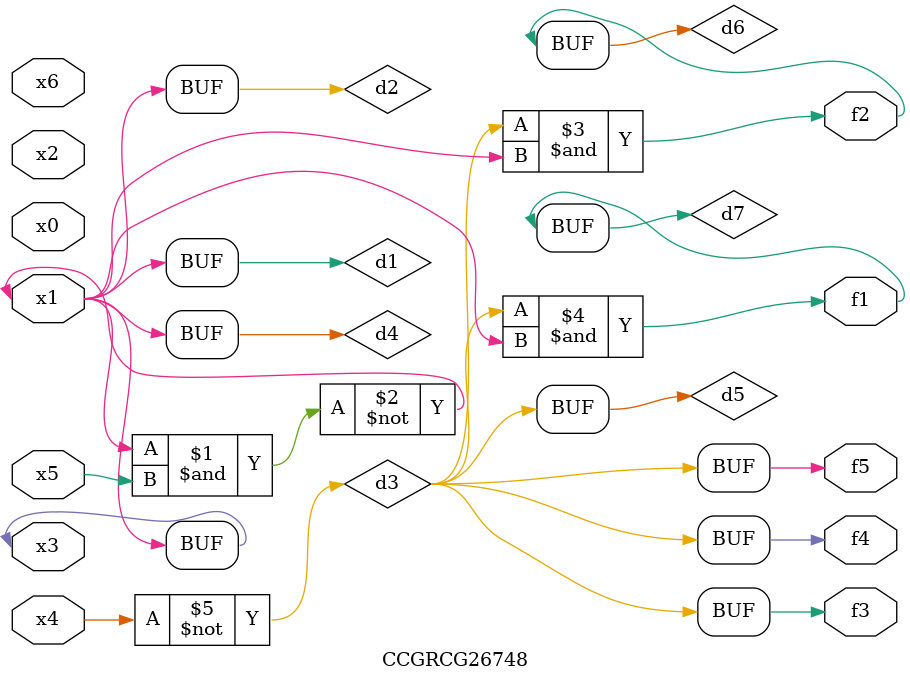
<source format=v>
module CCGRCG26748(
	input x0, x1, x2, x3, x4, x5, x6,
	output f1, f2, f3, f4, f5
);

	wire d1, d2, d3, d4, d5, d6, d7;

	buf (d1, x1, x3);
	nand (d2, x1, x5);
	not (d3, x4);
	buf (d4, d1, d2);
	buf (d5, d3);
	and (d6, d3, d4);
	and (d7, d3, d4);
	assign f1 = d7;
	assign f2 = d6;
	assign f3 = d5;
	assign f4 = d5;
	assign f5 = d5;
endmodule

</source>
